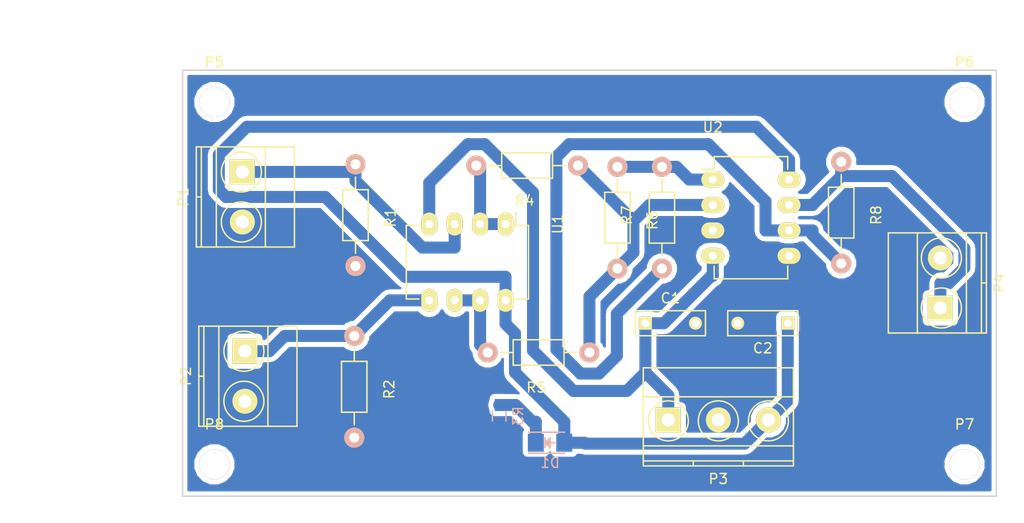
<source format=kicad_pcb>
(kicad_pcb (version 4) (host pcbnew 4.0.2-1.fc23-product)

  (general
    (links 35)
    (no_connects 0)
    (area 77.394999 60.884999 158.825001 103.580001)
    (thickness 1.6)
    (drawings 7)
    (tracks 124)
    (zones 0)
    (modules 21)
    (nets 13)
  )

  (page A4)
  (layers
    (0 F.Cu signal)
    (31 B.Cu signal)
    (32 B.Adhes user)
    (33 F.Adhes user)
    (34 B.Paste user)
    (35 F.Paste user)
    (36 B.SilkS user)
    (37 F.SilkS user)
    (38 B.Mask user)
    (39 F.Mask user)
    (40 Dwgs.User user)
    (41 Cmts.User user)
    (42 Eco1.User user)
    (43 Eco2.User user)
    (44 Edge.Cuts user)
    (45 Margin user)
    (46 B.CrtYd user)
    (47 F.CrtYd user)
    (48 B.Fab user)
    (49 F.Fab user)
  )

  (setup
    (last_trace_width 1.2)
    (trace_clearance 0.5)
    (zone_clearance 0.4)
    (zone_45_only no)
    (trace_min 0.2)
    (segment_width 0.2)
    (edge_width 0.15)
    (via_size 0.6)
    (via_drill 0.4)
    (via_min_size 0.4)
    (via_min_drill 0.3)
    (uvia_size 0.3)
    (uvia_drill 0.1)
    (uvias_allowed no)
    (uvia_min_size 0.2)
    (uvia_min_drill 0.1)
    (pcb_text_width 0.3)
    (pcb_text_size 1.5 1.5)
    (mod_edge_width 0.15)
    (mod_text_size 1 1)
    (mod_text_width 0.15)
    (pad_size 1.524 1.524)
    (pad_drill 0.762)
    (pad_to_mask_clearance 0.2)
    (aux_axis_origin 0 0)
    (visible_elements FFFFFF7F)
    (pcbplotparams
      (layerselection 0x00030_80000001)
      (usegerberextensions false)
      (excludeedgelayer true)
      (linewidth 0.100000)
      (plotframeref false)
      (viasonmask false)
      (mode 1)
      (useauxorigin false)
      (hpglpennumber 1)
      (hpglpenspeed 20)
      (hpglpendiameter 15)
      (hpglpenoverlay 2)
      (psnegative false)
      (psa4output false)
      (plotreference true)
      (plotvalue true)
      (plotinvisibletext false)
      (padsonsilk false)
      (subtractmaskfromsilk false)
      (outputformat 1)
      (mirror false)
      (drillshape 1)
      (scaleselection 1)
      (outputdirectory ""))
  )

  (net 0 "")
  (net 1 VEE)
  (net 2 GND)
  (net 3 VCC)
  (net 4 "Net-(D1-Pad1)")
  (net 5 "Net-(P1-Pad1)")
  (net 6 "Net-(P2-Pad1)")
  (net 7 "Net-(P4-Pad1)")
  (net 8 "Net-(R4-Pad1)")
  (net 9 "Net-(R4-Pad2)")
  (net 10 "Net-(R5-Pad2)")
  (net 11 "Net-(R6-Pad1)")
  (net 12 "Net-(R7-Pad1)")

  (net_class Default "This is the default net class."
    (clearance 0.5)
    (trace_width 1.2)
    (via_dia 0.6)
    (via_drill 0.4)
    (uvia_dia 0.3)
    (uvia_drill 0.1)
    (add_net GND)
    (add_net "Net-(D1-Pad1)")
    (add_net "Net-(P1-Pad1)")
    (add_net "Net-(P2-Pad1)")
    (add_net "Net-(P4-Pad1)")
    (add_net "Net-(R4-Pad1)")
    (add_net "Net-(R4-Pad2)")
    (add_net "Net-(R5-Pad2)")
    (add_net "Net-(R6-Pad1)")
    (add_net "Net-(R7-Pad1)")
    (add_net VCC)
    (add_net VEE)
  )

  (module Capacitors_ThroughHole:C_Rect_L7_W2.5_P5 (layer F.Cu) (tedit 0) (tstamp 57C6FF45)
    (at 123.698 86.233)
    (descr "Film Capacitor Length 7mm x Width 2.5mm, Pitch 5mm")
    (tags Capacitor)
    (path /57C70F3C)
    (fp_text reference C1 (at 2.5 -2.5) (layer F.SilkS)
      (effects (font (size 1 1) (thickness 0.15)))
    )
    (fp_text value 100n (at 2.5 2.5) (layer F.Fab)
      (effects (font (size 1 1) (thickness 0.15)))
    )
    (fp_line (start -1.25 -1.5) (end 6.25 -1.5) (layer F.CrtYd) (width 0.05))
    (fp_line (start 6.25 -1.5) (end 6.25 1.5) (layer F.CrtYd) (width 0.05))
    (fp_line (start 6.25 1.5) (end -1.25 1.5) (layer F.CrtYd) (width 0.05))
    (fp_line (start -1.25 1.5) (end -1.25 -1.5) (layer F.CrtYd) (width 0.05))
    (fp_line (start -1 -1.25) (end 6 -1.25) (layer F.SilkS) (width 0.15))
    (fp_line (start 6 -1.25) (end 6 1.25) (layer F.SilkS) (width 0.15))
    (fp_line (start 6 1.25) (end -1 1.25) (layer F.SilkS) (width 0.15))
    (fp_line (start -1 1.25) (end -1 -1.25) (layer F.SilkS) (width 0.15))
    (pad 1 thru_hole rect (at 0 0) (size 1.3 1.3) (drill 0.8) (layers *.Cu *.Mask F.SilkS)
      (net 1 VEE))
    (pad 2 thru_hole circle (at 5 0) (size 1.3 1.3) (drill 0.8) (layers *.Cu *.Mask F.SilkS)
      (net 2 GND))
  )

  (module Capacitors_ThroughHole:C_Rect_L7_W2.5_P5 (layer F.Cu) (tedit 0) (tstamp 57C6FF4B)
    (at 137.922 86.233 180)
    (descr "Film Capacitor Length 7mm x Width 2.5mm, Pitch 5mm")
    (tags Capacitor)
    (path /57C70FB1)
    (fp_text reference C2 (at 2.5 -2.5 180) (layer F.SilkS)
      (effects (font (size 1 1) (thickness 0.15)))
    )
    (fp_text value 100n (at 2.5 2.5 180) (layer F.Fab)
      (effects (font (size 1 1) (thickness 0.15)))
    )
    (fp_line (start -1.25 -1.5) (end 6.25 -1.5) (layer F.CrtYd) (width 0.05))
    (fp_line (start 6.25 -1.5) (end 6.25 1.5) (layer F.CrtYd) (width 0.05))
    (fp_line (start 6.25 1.5) (end -1.25 1.5) (layer F.CrtYd) (width 0.05))
    (fp_line (start -1.25 1.5) (end -1.25 -1.5) (layer F.CrtYd) (width 0.05))
    (fp_line (start -1 -1.25) (end 6 -1.25) (layer F.SilkS) (width 0.15))
    (fp_line (start 6 -1.25) (end 6 1.25) (layer F.SilkS) (width 0.15))
    (fp_line (start 6 1.25) (end -1 1.25) (layer F.SilkS) (width 0.15))
    (fp_line (start -1 1.25) (end -1 -1.25) (layer F.SilkS) (width 0.15))
    (pad 1 thru_hole rect (at 0 0 180) (size 1.3 1.3) (drill 0.8) (layers *.Cu *.Mask F.SilkS)
      (net 3 VCC))
    (pad 2 thru_hole circle (at 5 0 180) (size 1.3 1.3) (drill 0.8) (layers *.Cu *.Mask F.SilkS)
      (net 2 GND))
  )

  (module LEDs:LED_1206 (layer B.Cu) (tedit 55BDE2E8) (tstamp 57C6FF51)
    (at 114.173 98.171)
    (descr "LED 1206 smd package")
    (tags "LED1206 SMD")
    (path /57C70C78)
    (attr smd)
    (fp_text reference D1 (at 0 2) (layer B.SilkS)
      (effects (font (size 1 1) (thickness 0.15)) (justify mirror))
    )
    (fp_text value LED (at 0 -2) (layer B.Fab)
      (effects (font (size 1 1) (thickness 0.15)) (justify mirror))
    )
    (fp_line (start -2.15 -1.05) (end 1.45 -1.05) (layer B.SilkS) (width 0.15))
    (fp_line (start -2.15 1.05) (end 1.45 1.05) (layer B.SilkS) (width 0.15))
    (fp_line (start -0.1 0.3) (end -0.1 -0.3) (layer B.SilkS) (width 0.15))
    (fp_line (start -0.1 -0.3) (end -0.4 0) (layer B.SilkS) (width 0.15))
    (fp_line (start -0.4 0) (end -0.2 0.2) (layer B.SilkS) (width 0.15))
    (fp_line (start -0.2 0.2) (end -0.2 -0.05) (layer B.SilkS) (width 0.15))
    (fp_line (start -0.2 -0.05) (end -0.25 0) (layer B.SilkS) (width 0.15))
    (fp_line (start -0.5 0.5) (end -0.5 -0.5) (layer B.SilkS) (width 0.15))
    (fp_line (start 0 0) (end 0.5 0) (layer B.SilkS) (width 0.15))
    (fp_line (start -0.5 0) (end 0 0.5) (layer B.SilkS) (width 0.15))
    (fp_line (start 0 0.5) (end 0 -0.5) (layer B.SilkS) (width 0.15))
    (fp_line (start 0 -0.5) (end -0.5 0) (layer B.SilkS) (width 0.15))
    (fp_line (start 2.5 1.25) (end -2.5 1.25) (layer B.CrtYd) (width 0.05))
    (fp_line (start -2.5 1.25) (end -2.5 -1.25) (layer B.CrtYd) (width 0.05))
    (fp_line (start -2.5 -1.25) (end 2.5 -1.25) (layer B.CrtYd) (width 0.05))
    (fp_line (start 2.5 -1.25) (end 2.5 1.25) (layer B.CrtYd) (width 0.05))
    (pad 2 smd rect (at 1.41986 0 180) (size 1.59766 1.80086) (layers B.Cu B.Paste B.Mask)
      (net 3 VCC))
    (pad 1 smd rect (at -1.41986 0 180) (size 1.59766 1.80086) (layers B.Cu B.Paste B.Mask)
      (net 4 "Net-(D1-Pad1)"))
    (model LEDs.3dshapes/LED_1206.wrl
      (at (xyz 0 0 0))
      (scale (xyz 1 1 1))
      (rotate (xyz 0 0 180))
    )
  )

  (module Terminal_Blocks:TerminalBlock_Pheonix_MKDS1.5-2pol (layer F.Cu) (tedit 563007E4) (tstamp 57C6FF57)
    (at 83.439 71.12 270)
    (descr "2-way 5mm pitch terminal block, Phoenix MKDS series")
    (path /57C6FE20)
    (fp_text reference P1 (at 2.5 5.9 270) (layer F.SilkS)
      (effects (font (size 1 1) (thickness 0.15)))
    )
    (fp_text value CONN_01X02 (at 2.5 -6.6 270) (layer F.Fab)
      (effects (font (size 1 1) (thickness 0.15)))
    )
    (fp_line (start -2.7 -5.4) (end 7.7 -5.4) (layer F.CrtYd) (width 0.05))
    (fp_line (start -2.7 4.8) (end -2.7 -5.4) (layer F.CrtYd) (width 0.05))
    (fp_line (start 7.7 4.8) (end -2.7 4.8) (layer F.CrtYd) (width 0.05))
    (fp_line (start 7.7 -5.4) (end 7.7 4.8) (layer F.CrtYd) (width 0.05))
    (fp_line (start 2.5 4.1) (end 2.5 4.6) (layer F.SilkS) (width 0.15))
    (fp_circle (center 5 0.1) (end 3 0.1) (layer F.SilkS) (width 0.15))
    (fp_circle (center 0 0.1) (end 2 0.1) (layer F.SilkS) (width 0.15))
    (fp_line (start -2.5 2.6) (end 7.5 2.6) (layer F.SilkS) (width 0.15))
    (fp_line (start -2.5 -2.3) (end 7.5 -2.3) (layer F.SilkS) (width 0.15))
    (fp_line (start -2.5 4.1) (end 7.5 4.1) (layer F.SilkS) (width 0.15))
    (fp_line (start -2.5 4.6) (end 7.5 4.6) (layer F.SilkS) (width 0.15))
    (fp_line (start 7.5 4.6) (end 7.5 -5.2) (layer F.SilkS) (width 0.15))
    (fp_line (start 7.5 -5.2) (end -2.5 -5.2) (layer F.SilkS) (width 0.15))
    (fp_line (start -2.5 -5.2) (end -2.5 4.6) (layer F.SilkS) (width 0.15))
    (pad 1 thru_hole rect (at 0 0 270) (size 2.5 2.5) (drill 1.3) (layers *.Cu *.Mask F.SilkS)
      (net 5 "Net-(P1-Pad1)"))
    (pad 2 thru_hole circle (at 5 0 270) (size 2.5 2.5) (drill 1.3) (layers *.Cu *.Mask F.SilkS)
      (net 2 GND))
    (model Terminal_Blocks.3dshapes/TerminalBlock_Pheonix_MKDS1.5-2pol.wrl
      (at (xyz 0.0984 0 0))
      (scale (xyz 1 1 1))
      (rotate (xyz 0 0 0))
    )
  )

  (module Terminal_Blocks:TerminalBlock_Pheonix_MKDS1.5-2pol (layer F.Cu) (tedit 563007E4) (tstamp 57C6FF5D)
    (at 83.693 89.027 270)
    (descr "2-way 5mm pitch terminal block, Phoenix MKDS series")
    (path /57C6FCEB)
    (fp_text reference P2 (at 2.5 5.9 270) (layer F.SilkS)
      (effects (font (size 1 1) (thickness 0.15)))
    )
    (fp_text value CONN_01X02 (at 2.5 -6.6 270) (layer F.Fab)
      (effects (font (size 1 1) (thickness 0.15)))
    )
    (fp_line (start -2.7 -5.4) (end 7.7 -5.4) (layer F.CrtYd) (width 0.05))
    (fp_line (start -2.7 4.8) (end -2.7 -5.4) (layer F.CrtYd) (width 0.05))
    (fp_line (start 7.7 4.8) (end -2.7 4.8) (layer F.CrtYd) (width 0.05))
    (fp_line (start 7.7 -5.4) (end 7.7 4.8) (layer F.CrtYd) (width 0.05))
    (fp_line (start 2.5 4.1) (end 2.5 4.6) (layer F.SilkS) (width 0.15))
    (fp_circle (center 5 0.1) (end 3 0.1) (layer F.SilkS) (width 0.15))
    (fp_circle (center 0 0.1) (end 2 0.1) (layer F.SilkS) (width 0.15))
    (fp_line (start -2.5 2.6) (end 7.5 2.6) (layer F.SilkS) (width 0.15))
    (fp_line (start -2.5 -2.3) (end 7.5 -2.3) (layer F.SilkS) (width 0.15))
    (fp_line (start -2.5 4.1) (end 7.5 4.1) (layer F.SilkS) (width 0.15))
    (fp_line (start -2.5 4.6) (end 7.5 4.6) (layer F.SilkS) (width 0.15))
    (fp_line (start 7.5 4.6) (end 7.5 -5.2) (layer F.SilkS) (width 0.15))
    (fp_line (start 7.5 -5.2) (end -2.5 -5.2) (layer F.SilkS) (width 0.15))
    (fp_line (start -2.5 -5.2) (end -2.5 4.6) (layer F.SilkS) (width 0.15))
    (pad 1 thru_hole rect (at 0 0 270) (size 2.5 2.5) (drill 1.3) (layers *.Cu *.Mask F.SilkS)
      (net 6 "Net-(P2-Pad1)"))
    (pad 2 thru_hole circle (at 5 0 270) (size 2.5 2.5) (drill 1.3) (layers *.Cu *.Mask F.SilkS)
      (net 2 GND))
    (model Terminal_Blocks.3dshapes/TerminalBlock_Pheonix_MKDS1.5-2pol.wrl
      (at (xyz 0.0984 0 0))
      (scale (xyz 1 1 1))
      (rotate (xyz 0 0 0))
    )
  )

  (module Terminal_Blocks:TerminalBlock_Pheonix_MKDS1.5-3pol (layer F.Cu) (tedit 5630081E) (tstamp 57C6FF64)
    (at 125.984 95.885)
    (descr "3-way 5mm pitch terminal block, Phoenix MKDS series")
    (path /57C707D8)
    (fp_text reference P3 (at 5 5.9) (layer F.SilkS)
      (effects (font (size 1 1) (thickness 0.15)))
    )
    (fp_text value CONN_01X03 (at 5 -6.6) (layer F.Fab)
      (effects (font (size 1 1) (thickness 0.15)))
    )
    (fp_line (start -2.7 4.8) (end -2.7 -5.4) (layer F.CrtYd) (width 0.05))
    (fp_line (start 12.7 4.8) (end -2.7 4.8) (layer F.CrtYd) (width 0.05))
    (fp_line (start 12.7 -5.4) (end 12.7 4.8) (layer F.CrtYd) (width 0.05))
    (fp_line (start -2.7 -5.4) (end 12.7 -5.4) (layer F.CrtYd) (width 0.05))
    (fp_circle (center 10 0.1) (end 8 0.1) (layer F.SilkS) (width 0.15))
    (fp_line (start 7.5 4.1) (end 7.5 4.6) (layer F.SilkS) (width 0.15))
    (fp_line (start 2.5 4.1) (end 2.5 4.6) (layer F.SilkS) (width 0.15))
    (fp_circle (center 5 0.1) (end 3 0.1) (layer F.SilkS) (width 0.15))
    (fp_circle (center 0 0.1) (end 2 0.1) (layer F.SilkS) (width 0.15))
    (fp_line (start -2.5 2.6) (end 12.5 2.6) (layer F.SilkS) (width 0.15))
    (fp_line (start -2.5 -2.3) (end 12.5 -2.3) (layer F.SilkS) (width 0.15))
    (fp_line (start -2.5 4.1) (end 12.5 4.1) (layer F.SilkS) (width 0.15))
    (fp_line (start -2.5 4.6) (end 12.5 4.6) (layer F.SilkS) (width 0.15))
    (fp_line (start 12.5 4.6) (end 12.5 -5.2) (layer F.SilkS) (width 0.15))
    (fp_line (start 12.5 -5.2) (end -2.5 -5.2) (layer F.SilkS) (width 0.15))
    (fp_line (start -2.5 -5.2) (end -2.5 4.6) (layer F.SilkS) (width 0.15))
    (pad 3 thru_hole circle (at 10 0) (size 2.5 2.5) (drill 1.3) (layers *.Cu *.Mask F.SilkS)
      (net 3 VCC))
    (pad 1 thru_hole rect (at 0 0) (size 2.5 2.5) (drill 1.3) (layers *.Cu *.Mask F.SilkS)
      (net 1 VEE))
    (pad 2 thru_hole circle (at 5 0) (size 2.5 2.5) (drill 1.3) (layers *.Cu *.Mask F.SilkS)
      (net 2 GND))
    (model Terminal_Blocks.3dshapes/TerminalBlock_Pheonix_MKDS1.5-3pol.wrl
      (at (xyz 0.1968 0 0))
      (scale (xyz 1 1 1))
      (rotate (xyz 0 0 0))
    )
  )

  (module Resistors_ThroughHole:Resistor_Horizontal_RM10mm (layer F.Cu) (tedit 56648415) (tstamp 57C6FF70)
    (at 94.742 70.358 270)
    (descr "Resistor, Axial,  RM 10mm, 1/3W")
    (tags "Resistor Axial RM 10mm 1/3W")
    (path /57C6FE13)
    (fp_text reference R1 (at 5.32892 -3.50012 270) (layer F.SilkS)
      (effects (font (size 1 1) (thickness 0.15)))
    )
    (fp_text value 100k (at 5.08 3.81 270) (layer F.Fab)
      (effects (font (size 1 1) (thickness 0.15)))
    )
    (fp_line (start -1.25 -1.5) (end 11.4 -1.5) (layer F.CrtYd) (width 0.05))
    (fp_line (start -1.25 1.5) (end -1.25 -1.5) (layer F.CrtYd) (width 0.05))
    (fp_line (start 11.4 -1.5) (end 11.4 1.5) (layer F.CrtYd) (width 0.05))
    (fp_line (start -1.25 1.5) (end 11.4 1.5) (layer F.CrtYd) (width 0.05))
    (fp_line (start 2.54 -1.27) (end 7.62 -1.27) (layer F.SilkS) (width 0.15))
    (fp_line (start 7.62 -1.27) (end 7.62 1.27) (layer F.SilkS) (width 0.15))
    (fp_line (start 7.62 1.27) (end 2.54 1.27) (layer F.SilkS) (width 0.15))
    (fp_line (start 2.54 1.27) (end 2.54 -1.27) (layer F.SilkS) (width 0.15))
    (fp_line (start 2.54 0) (end 1.27 0) (layer F.SilkS) (width 0.15))
    (fp_line (start 7.62 0) (end 8.89 0) (layer F.SilkS) (width 0.15))
    (pad 1 thru_hole circle (at 0 0 270) (size 1.99898 1.99898) (drill 1.00076) (layers *.Cu *.SilkS *.Mask)
      (net 5 "Net-(P1-Pad1)"))
    (pad 2 thru_hole circle (at 10.16 0 270) (size 1.99898 1.99898) (drill 1.00076) (layers *.Cu *.SilkS *.Mask)
      (net 2 GND))
    (model Resistors_ThroughHole.3dshapes/Resistor_Horizontal_RM10mm.wrl
      (at (xyz 0 0 0))
      (scale (xyz 0.4 0.4 0.4))
      (rotate (xyz 0 0 0))
    )
  )

  (module Resistors_ThroughHole:Resistor_Horizontal_RM10mm (layer F.Cu) (tedit 56648415) (tstamp 57C6FF76)
    (at 94.615 87.503 270)
    (descr "Resistor, Axial,  RM 10mm, 1/3W")
    (tags "Resistor Axial RM 10mm 1/3W")
    (path /57C6FCA3)
    (fp_text reference R2 (at 5.32892 -3.50012 270) (layer F.SilkS)
      (effects (font (size 1 1) (thickness 0.15)))
    )
    (fp_text value 100k (at 5.08 3.81 270) (layer F.Fab)
      (effects (font (size 1 1) (thickness 0.15)))
    )
    (fp_line (start -1.25 -1.5) (end 11.4 -1.5) (layer F.CrtYd) (width 0.05))
    (fp_line (start -1.25 1.5) (end -1.25 -1.5) (layer F.CrtYd) (width 0.05))
    (fp_line (start 11.4 -1.5) (end 11.4 1.5) (layer F.CrtYd) (width 0.05))
    (fp_line (start -1.25 1.5) (end 11.4 1.5) (layer F.CrtYd) (width 0.05))
    (fp_line (start 2.54 -1.27) (end 7.62 -1.27) (layer F.SilkS) (width 0.15))
    (fp_line (start 7.62 -1.27) (end 7.62 1.27) (layer F.SilkS) (width 0.15))
    (fp_line (start 7.62 1.27) (end 2.54 1.27) (layer F.SilkS) (width 0.15))
    (fp_line (start 2.54 1.27) (end 2.54 -1.27) (layer F.SilkS) (width 0.15))
    (fp_line (start 2.54 0) (end 1.27 0) (layer F.SilkS) (width 0.15))
    (fp_line (start 7.62 0) (end 8.89 0) (layer F.SilkS) (width 0.15))
    (pad 1 thru_hole circle (at 0 0 270) (size 1.99898 1.99898) (drill 1.00076) (layers *.Cu *.SilkS *.Mask)
      (net 6 "Net-(P2-Pad1)"))
    (pad 2 thru_hole circle (at 10.16 0 270) (size 1.99898 1.99898) (drill 1.00076) (layers *.Cu *.SilkS *.Mask)
      (net 2 GND))
    (model Resistors_ThroughHole.3dshapes/Resistor_Horizontal_RM10mm.wrl
      (at (xyz 0 0 0))
      (scale (xyz 0.4 0.4 0.4))
      (rotate (xyz 0 0 0))
    )
  )

  (module Resistors_ThroughHole:Resistor_Horizontal_RM10mm (layer F.Cu) (tedit 56648415) (tstamp 57C6FF82)
    (at 116.967 70.485 180)
    (descr "Resistor, Axial,  RM 10mm, 1/3W")
    (tags "Resistor Axial RM 10mm 1/3W")
    (path /57C6FE41)
    (fp_text reference R4 (at 5.32892 -3.50012 180) (layer F.SilkS)
      (effects (font (size 1 1) (thickness 0.15)))
    )
    (fp_text value 20k (at 5.08 3.81 180) (layer F.Fab)
      (effects (font (size 1 1) (thickness 0.15)))
    )
    (fp_line (start -1.25 -1.5) (end 11.4 -1.5) (layer F.CrtYd) (width 0.05))
    (fp_line (start -1.25 1.5) (end -1.25 -1.5) (layer F.CrtYd) (width 0.05))
    (fp_line (start 11.4 -1.5) (end 11.4 1.5) (layer F.CrtYd) (width 0.05))
    (fp_line (start -1.25 1.5) (end 11.4 1.5) (layer F.CrtYd) (width 0.05))
    (fp_line (start 2.54 -1.27) (end 7.62 -1.27) (layer F.SilkS) (width 0.15))
    (fp_line (start 7.62 -1.27) (end 7.62 1.27) (layer F.SilkS) (width 0.15))
    (fp_line (start 7.62 1.27) (end 2.54 1.27) (layer F.SilkS) (width 0.15))
    (fp_line (start 2.54 1.27) (end 2.54 -1.27) (layer F.SilkS) (width 0.15))
    (fp_line (start 2.54 0) (end 1.27 0) (layer F.SilkS) (width 0.15))
    (fp_line (start 7.62 0) (end 8.89 0) (layer F.SilkS) (width 0.15))
    (pad 1 thru_hole circle (at 0 0 180) (size 1.99898 1.99898) (drill 1.00076) (layers *.Cu *.SilkS *.Mask)
      (net 8 "Net-(R4-Pad1)"))
    (pad 2 thru_hole circle (at 10.16 0 180) (size 1.99898 1.99898) (drill 1.00076) (layers *.Cu *.SilkS *.Mask)
      (net 9 "Net-(R4-Pad2)"))
    (model Resistors_ThroughHole.3dshapes/Resistor_Horizontal_RM10mm.wrl
      (at (xyz 0 0 0))
      (scale (xyz 0.4 0.4 0.4))
      (rotate (xyz 0 0 0))
    )
  )

  (module Resistors_ThroughHole:Resistor_Horizontal_RM10mm (layer F.Cu) (tedit 56648415) (tstamp 57C6FF88)
    (at 118.11 89.154 180)
    (descr "Resistor, Axial,  RM 10mm, 1/3W")
    (tags "Resistor Axial RM 10mm 1/3W")
    (path /57C6FF23)
    (fp_text reference R5 (at 5.32892 -3.50012 180) (layer F.SilkS)
      (effects (font (size 1 1) (thickness 0.15)))
    )
    (fp_text value 20k (at 5.08 3.81 180) (layer F.Fab)
      (effects (font (size 1 1) (thickness 0.15)))
    )
    (fp_line (start -1.25 -1.5) (end 11.4 -1.5) (layer F.CrtYd) (width 0.05))
    (fp_line (start -1.25 1.5) (end -1.25 -1.5) (layer F.CrtYd) (width 0.05))
    (fp_line (start 11.4 -1.5) (end 11.4 1.5) (layer F.CrtYd) (width 0.05))
    (fp_line (start -1.25 1.5) (end 11.4 1.5) (layer F.CrtYd) (width 0.05))
    (fp_line (start 2.54 -1.27) (end 7.62 -1.27) (layer F.SilkS) (width 0.15))
    (fp_line (start 7.62 -1.27) (end 7.62 1.27) (layer F.SilkS) (width 0.15))
    (fp_line (start 7.62 1.27) (end 2.54 1.27) (layer F.SilkS) (width 0.15))
    (fp_line (start 2.54 1.27) (end 2.54 -1.27) (layer F.SilkS) (width 0.15))
    (fp_line (start 2.54 0) (end 1.27 0) (layer F.SilkS) (width 0.15))
    (fp_line (start 7.62 0) (end 8.89 0) (layer F.SilkS) (width 0.15))
    (pad 1 thru_hole circle (at 0 0 180) (size 1.99898 1.99898) (drill 1.00076) (layers *.Cu *.SilkS *.Mask)
      (net 8 "Net-(R4-Pad1)"))
    (pad 2 thru_hole circle (at 10.16 0 180) (size 1.99898 1.99898) (drill 1.00076) (layers *.Cu *.SilkS *.Mask)
      (net 10 "Net-(R5-Pad2)"))
    (model Resistors_ThroughHole.3dshapes/Resistor_Horizontal_RM10mm.wrl
      (at (xyz 0 0 0))
      (scale (xyz 0.4 0.4 0.4))
      (rotate (xyz 0 0 0))
    )
  )

  (module Resistors_ThroughHole:Resistor_Horizontal_RM10mm (layer F.Cu) (tedit 56648415) (tstamp 57C6FF8E)
    (at 120.904 70.612 270)
    (descr "Resistor, Axial,  RM 10mm, 1/3W")
    (tags "Resistor Axial RM 10mm 1/3W")
    (path /57C701AE)
    (fp_text reference R6 (at 5.32892 -3.50012 270) (layer F.SilkS)
      (effects (font (size 1 1) (thickness 0.15)))
    )
    (fp_text value 10k (at 5.08 3.81 270) (layer F.Fab)
      (effects (font (size 1 1) (thickness 0.15)))
    )
    (fp_line (start -1.25 -1.5) (end 11.4 -1.5) (layer F.CrtYd) (width 0.05))
    (fp_line (start -1.25 1.5) (end -1.25 -1.5) (layer F.CrtYd) (width 0.05))
    (fp_line (start 11.4 -1.5) (end 11.4 1.5) (layer F.CrtYd) (width 0.05))
    (fp_line (start -1.25 1.5) (end 11.4 1.5) (layer F.CrtYd) (width 0.05))
    (fp_line (start 2.54 -1.27) (end 7.62 -1.27) (layer F.SilkS) (width 0.15))
    (fp_line (start 7.62 -1.27) (end 7.62 1.27) (layer F.SilkS) (width 0.15))
    (fp_line (start 7.62 1.27) (end 2.54 1.27) (layer F.SilkS) (width 0.15))
    (fp_line (start 2.54 1.27) (end 2.54 -1.27) (layer F.SilkS) (width 0.15))
    (fp_line (start 2.54 0) (end 1.27 0) (layer F.SilkS) (width 0.15))
    (fp_line (start 7.62 0) (end 8.89 0) (layer F.SilkS) (width 0.15))
    (pad 1 thru_hole circle (at 0 0 270) (size 1.99898 1.99898) (drill 1.00076) (layers *.Cu *.SilkS *.Mask)
      (net 11 "Net-(R6-Pad1)"))
    (pad 2 thru_hole circle (at 10.16 0 270) (size 1.99898 1.99898) (drill 1.00076) (layers *.Cu *.SilkS *.Mask)
      (net 8 "Net-(R4-Pad1)"))
    (model Resistors_ThroughHole.3dshapes/Resistor_Horizontal_RM10mm.wrl
      (at (xyz 0 0 0))
      (scale (xyz 0.4 0.4 0.4))
      (rotate (xyz 0 0 0))
    )
  )

  (module Resistors_ThroughHole:Resistor_Horizontal_RM10mm (layer F.Cu) (tedit 56648415) (tstamp 57C6FF94)
    (at 125.349 80.772 90)
    (descr "Resistor, Axial,  RM 10mm, 1/3W")
    (tags "Resistor Axial RM 10mm 1/3W")
    (path /57C70433)
    (fp_text reference R7 (at 5.32892 -3.50012 90) (layer F.SilkS)
      (effects (font (size 1 1) (thickness 0.15)))
    )
    (fp_text value 10k (at 5.08 3.81 90) (layer F.Fab)
      (effects (font (size 1 1) (thickness 0.15)))
    )
    (fp_line (start -1.25 -1.5) (end 11.4 -1.5) (layer F.CrtYd) (width 0.05))
    (fp_line (start -1.25 1.5) (end -1.25 -1.5) (layer F.CrtYd) (width 0.05))
    (fp_line (start 11.4 -1.5) (end 11.4 1.5) (layer F.CrtYd) (width 0.05))
    (fp_line (start -1.25 1.5) (end 11.4 1.5) (layer F.CrtYd) (width 0.05))
    (fp_line (start 2.54 -1.27) (end 7.62 -1.27) (layer F.SilkS) (width 0.15))
    (fp_line (start 7.62 -1.27) (end 7.62 1.27) (layer F.SilkS) (width 0.15))
    (fp_line (start 7.62 1.27) (end 2.54 1.27) (layer F.SilkS) (width 0.15))
    (fp_line (start 2.54 1.27) (end 2.54 -1.27) (layer F.SilkS) (width 0.15))
    (fp_line (start 2.54 0) (end 1.27 0) (layer F.SilkS) (width 0.15))
    (fp_line (start 7.62 0) (end 8.89 0) (layer F.SilkS) (width 0.15))
    (pad 1 thru_hole circle (at 0 0 90) (size 1.99898 1.99898) (drill 1.00076) (layers *.Cu *.SilkS *.Mask)
      (net 12 "Net-(R7-Pad1)"))
    (pad 2 thru_hole circle (at 10.16 0 90) (size 1.99898 1.99898) (drill 1.00076) (layers *.Cu *.SilkS *.Mask)
      (net 11 "Net-(R6-Pad1)"))
    (model Resistors_ThroughHole.3dshapes/Resistor_Horizontal_RM10mm.wrl
      (at (xyz 0 0 0))
      (scale (xyz 0.4 0.4 0.4))
      (rotate (xyz 0 0 0))
    )
  )

  (module Resistors_ThroughHole:Resistor_Horizontal_RM10mm (layer F.Cu) (tedit 56648415) (tstamp 57C6FF9A)
    (at 143.256 70.104 270)
    (descr "Resistor, Axial,  RM 10mm, 1/3W")
    (tags "Resistor Axial RM 10mm 1/3W")
    (path /57C705CD)
    (fp_text reference R8 (at 5.32892 -3.50012 270) (layer F.SilkS)
      (effects (font (size 1 1) (thickness 0.15)))
    )
    (fp_text value 10k (at 5.08 3.81 270) (layer F.Fab)
      (effects (font (size 1 1) (thickness 0.15)))
    )
    (fp_line (start -1.25 -1.5) (end 11.4 -1.5) (layer F.CrtYd) (width 0.05))
    (fp_line (start -1.25 1.5) (end -1.25 -1.5) (layer F.CrtYd) (width 0.05))
    (fp_line (start 11.4 -1.5) (end 11.4 1.5) (layer F.CrtYd) (width 0.05))
    (fp_line (start -1.25 1.5) (end 11.4 1.5) (layer F.CrtYd) (width 0.05))
    (fp_line (start 2.54 -1.27) (end 7.62 -1.27) (layer F.SilkS) (width 0.15))
    (fp_line (start 7.62 -1.27) (end 7.62 1.27) (layer F.SilkS) (width 0.15))
    (fp_line (start 7.62 1.27) (end 2.54 1.27) (layer F.SilkS) (width 0.15))
    (fp_line (start 2.54 1.27) (end 2.54 -1.27) (layer F.SilkS) (width 0.15))
    (fp_line (start 2.54 0) (end 1.27 0) (layer F.SilkS) (width 0.15))
    (fp_line (start 7.62 0) (end 8.89 0) (layer F.SilkS) (width 0.15))
    (pad 1 thru_hole circle (at 0 0 270) (size 1.99898 1.99898) (drill 1.00076) (layers *.Cu *.SilkS *.Mask)
      (net 7 "Net-(P4-Pad1)"))
    (pad 2 thru_hole circle (at 10.16 0 270) (size 1.99898 1.99898) (drill 1.00076) (layers *.Cu *.SilkS *.Mask)
      (net 12 "Net-(R7-Pad1)"))
    (model Resistors_ThroughHole.3dshapes/Resistor_Horizontal_RM10mm.wrl
      (at (xyz 0 0 0))
      (scale (xyz 0.4 0.4 0.4))
      (rotate (xyz 0 0 0))
    )
  )

  (module Housings_DIP:DIP-8_W7.62mm_LongPads (layer F.Cu) (tedit 54130A77) (tstamp 57C6FFA6)
    (at 109.728 76.327 270)
    (descr "8-lead dip package, row spacing 7.62 mm (300 mils), longer pads")
    (tags "dil dip 2.54 300")
    (path /57C6FB8A)
    (fp_text reference U1 (at 0 -5.22 270) (layer F.SilkS)
      (effects (font (size 1 1) (thickness 0.15)))
    )
    (fp_text value TL072 (at 0 -3.72 270) (layer F.Fab)
      (effects (font (size 1 1) (thickness 0.15)))
    )
    (fp_line (start -1.4 -2.45) (end -1.4 10.1) (layer F.CrtYd) (width 0.05))
    (fp_line (start 9 -2.45) (end 9 10.1) (layer F.CrtYd) (width 0.05))
    (fp_line (start -1.4 -2.45) (end 9 -2.45) (layer F.CrtYd) (width 0.05))
    (fp_line (start -1.4 10.1) (end 9 10.1) (layer F.CrtYd) (width 0.05))
    (fp_line (start 0.135 -2.295) (end 0.135 -1.025) (layer F.SilkS) (width 0.15))
    (fp_line (start 7.485 -2.295) (end 7.485 -1.025) (layer F.SilkS) (width 0.15))
    (fp_line (start 7.485 9.915) (end 7.485 8.645) (layer F.SilkS) (width 0.15))
    (fp_line (start 0.135 9.915) (end 0.135 8.645) (layer F.SilkS) (width 0.15))
    (fp_line (start 0.135 -2.295) (end 7.485 -2.295) (layer F.SilkS) (width 0.15))
    (fp_line (start 0.135 9.915) (end 7.485 9.915) (layer F.SilkS) (width 0.15))
    (fp_line (start 0.135 -1.025) (end -1.15 -1.025) (layer F.SilkS) (width 0.15))
    (pad 1 thru_hole oval (at 0 0 270) (size 2.3 1.6) (drill 0.8) (layers *.Cu *.Mask F.SilkS)
      (net 9 "Net-(R4-Pad2)"))
    (pad 2 thru_hole oval (at 0 2.54 270) (size 2.3 1.6) (drill 0.8) (layers *.Cu *.Mask F.SilkS)
      (net 9 "Net-(R4-Pad2)"))
    (pad 3 thru_hole oval (at 0 5.08 270) (size 2.3 1.6) (drill 0.8) (layers *.Cu *.Mask F.SilkS)
      (net 5 "Net-(P1-Pad1)"))
    (pad 4 thru_hole oval (at 0 7.62 270) (size 2.3 1.6) (drill 0.8) (layers *.Cu *.Mask F.SilkS)
      (net 1 VEE))
    (pad 5 thru_hole oval (at 7.62 7.62 270) (size 2.3 1.6) (drill 0.8) (layers *.Cu *.Mask F.SilkS)
      (net 6 "Net-(P2-Pad1)"))
    (pad 6 thru_hole oval (at 7.62 5.08 270) (size 2.3 1.6) (drill 0.8) (layers *.Cu *.Mask F.SilkS)
      (net 10 "Net-(R5-Pad2)"))
    (pad 7 thru_hole oval (at 7.62 2.54 270) (size 2.3 1.6) (drill 0.8) (layers *.Cu *.Mask F.SilkS)
      (net 10 "Net-(R5-Pad2)"))
    (pad 8 thru_hole oval (at 7.62 0 270) (size 2.3 1.6) (drill 0.8) (layers *.Cu *.Mask F.SilkS)
      (net 3 VCC))
    (model Housings_DIP.3dshapes/DIP-8_W7.62mm_LongPads.wrl
      (at (xyz 0 0 0))
      (scale (xyz 1 1 1))
      (rotate (xyz 0 0 0))
    )
  )

  (module Housings_DIP:DIP-8_W7.62mm_LongPads (layer F.Cu) (tedit 54130A77) (tstamp 57C6FFB2)
    (at 130.429 71.882)
    (descr "8-lead dip package, row spacing 7.62 mm (300 mils), longer pads")
    (tags "dil dip 2.54 300")
    (path /57C70007)
    (fp_text reference U2 (at 0 -5.22) (layer F.SilkS)
      (effects (font (size 1 1) (thickness 0.15)))
    )
    (fp_text value TL072 (at 0 -3.72) (layer F.Fab)
      (effects (font (size 1 1) (thickness 0.15)))
    )
    (fp_line (start -1.4 -2.45) (end -1.4 10.1) (layer F.CrtYd) (width 0.05))
    (fp_line (start 9 -2.45) (end 9 10.1) (layer F.CrtYd) (width 0.05))
    (fp_line (start -1.4 -2.45) (end 9 -2.45) (layer F.CrtYd) (width 0.05))
    (fp_line (start -1.4 10.1) (end 9 10.1) (layer F.CrtYd) (width 0.05))
    (fp_line (start 0.135 -2.295) (end 0.135 -1.025) (layer F.SilkS) (width 0.15))
    (fp_line (start 7.485 -2.295) (end 7.485 -1.025) (layer F.SilkS) (width 0.15))
    (fp_line (start 7.485 9.915) (end 7.485 8.645) (layer F.SilkS) (width 0.15))
    (fp_line (start 0.135 9.915) (end 0.135 8.645) (layer F.SilkS) (width 0.15))
    (fp_line (start 0.135 -2.295) (end 7.485 -2.295) (layer F.SilkS) (width 0.15))
    (fp_line (start 0.135 9.915) (end 7.485 9.915) (layer F.SilkS) (width 0.15))
    (fp_line (start 0.135 -1.025) (end -1.15 -1.025) (layer F.SilkS) (width 0.15))
    (pad 1 thru_hole oval (at 0 0) (size 2.3 1.6) (drill 0.8) (layers *.Cu *.Mask F.SilkS)
      (net 11 "Net-(R6-Pad1)"))
    (pad 2 thru_hole oval (at 0 2.54) (size 2.3 1.6) (drill 0.8) (layers *.Cu *.Mask F.SilkS)
      (net 8 "Net-(R4-Pad1)"))
    (pad 3 thru_hole oval (at 0 5.08) (size 2.3 1.6) (drill 0.8) (layers *.Cu *.Mask F.SilkS)
      (net 2 GND))
    (pad 4 thru_hole oval (at 0 7.62) (size 2.3 1.6) (drill 0.8) (layers *.Cu *.Mask F.SilkS)
      (net 1 VEE))
    (pad 5 thru_hole oval (at 7.62 7.62) (size 2.3 1.6) (drill 0.8) (layers *.Cu *.Mask F.SilkS)
      (net 2 GND))
    (pad 6 thru_hole oval (at 7.62 5.08) (size 2.3 1.6) (drill 0.8) (layers *.Cu *.Mask F.SilkS)
      (net 12 "Net-(R7-Pad1)"))
    (pad 7 thru_hole oval (at 7.62 2.54) (size 2.3 1.6) (drill 0.8) (layers *.Cu *.Mask F.SilkS)
      (net 7 "Net-(P4-Pad1)"))
    (pad 8 thru_hole oval (at 7.62 0) (size 2.3 1.6) (drill 0.8) (layers *.Cu *.Mask F.SilkS)
      (net 3 VCC))
    (model Housings_DIP.3dshapes/DIP-8_W7.62mm_LongPads.wrl
      (at (xyz 0 0 0))
      (scale (xyz 1 1 1))
      (rotate (xyz 0 0 0))
    )
  )

  (module Terminal_Blocks:TerminalBlock_Pheonix_MKDS1.5-2pol (layer F.Cu) (tedit 563007E4) (tstamp 57C700F3)
    (at 153.162 84.709 90)
    (descr "2-way 5mm pitch terminal block, Phoenix MKDS series")
    (path /57C7092C)
    (fp_text reference P4 (at 2.5 5.9 90) (layer F.SilkS)
      (effects (font (size 1 1) (thickness 0.15)))
    )
    (fp_text value CONN_01X02 (at 2.5 -6.6 90) (layer F.Fab)
      (effects (font (size 1 1) (thickness 0.15)))
    )
    (fp_line (start -2.7 -5.4) (end 7.7 -5.4) (layer F.CrtYd) (width 0.05))
    (fp_line (start -2.7 4.8) (end -2.7 -5.4) (layer F.CrtYd) (width 0.05))
    (fp_line (start 7.7 4.8) (end -2.7 4.8) (layer F.CrtYd) (width 0.05))
    (fp_line (start 7.7 -5.4) (end 7.7 4.8) (layer F.CrtYd) (width 0.05))
    (fp_line (start 2.5 4.1) (end 2.5 4.6) (layer F.SilkS) (width 0.15))
    (fp_circle (center 5 0.1) (end 3 0.1) (layer F.SilkS) (width 0.15))
    (fp_circle (center 0 0.1) (end 2 0.1) (layer F.SilkS) (width 0.15))
    (fp_line (start -2.5 2.6) (end 7.5 2.6) (layer F.SilkS) (width 0.15))
    (fp_line (start -2.5 -2.3) (end 7.5 -2.3) (layer F.SilkS) (width 0.15))
    (fp_line (start -2.5 4.1) (end 7.5 4.1) (layer F.SilkS) (width 0.15))
    (fp_line (start -2.5 4.6) (end 7.5 4.6) (layer F.SilkS) (width 0.15))
    (fp_line (start 7.5 4.6) (end 7.5 -5.2) (layer F.SilkS) (width 0.15))
    (fp_line (start 7.5 -5.2) (end -2.5 -5.2) (layer F.SilkS) (width 0.15))
    (fp_line (start -2.5 -5.2) (end -2.5 4.6) (layer F.SilkS) (width 0.15))
    (pad 1 thru_hole rect (at 0 0 90) (size 2.5 2.5) (drill 1.3) (layers *.Cu *.Mask F.SilkS)
      (net 7 "Net-(P4-Pad1)"))
    (pad 2 thru_hole circle (at 5 0 90) (size 2.5 2.5) (drill 1.3) (layers *.Cu *.Mask F.SilkS)
      (net 2 GND))
    (model Terminal_Blocks.3dshapes/TerminalBlock_Pheonix_MKDS1.5-2pol.wrl
      (at (xyz 0.0984 0 0))
      (scale (xyz 1 1 1))
      (rotate (xyz 0 0 0))
    )
  )

  (module Resistors_SMD:R_0603_HandSoldering (layer B.Cu) (tedit 5418A00F) (tstamp 57C7022C)
    (at 109.093 95.504 90)
    (descr "Resistor SMD 0603, hand soldering")
    (tags "resistor 0603")
    (path /57C70CEF)
    (attr smd)
    (fp_text reference R3 (at 0 1.9 90) (layer B.SilkS)
      (effects (font (size 1 1) (thickness 0.15)) (justify mirror))
    )
    (fp_text value 1k (at 0 -1.9 90) (layer B.Fab)
      (effects (font (size 1 1) (thickness 0.15)) (justify mirror))
    )
    (fp_line (start -2 0.8) (end 2 0.8) (layer B.CrtYd) (width 0.05))
    (fp_line (start -2 -0.8) (end 2 -0.8) (layer B.CrtYd) (width 0.05))
    (fp_line (start -2 0.8) (end -2 -0.8) (layer B.CrtYd) (width 0.05))
    (fp_line (start 2 0.8) (end 2 -0.8) (layer B.CrtYd) (width 0.05))
    (fp_line (start 0.5 -0.675) (end -0.5 -0.675) (layer B.SilkS) (width 0.15))
    (fp_line (start -0.5 0.675) (end 0.5 0.675) (layer B.SilkS) (width 0.15))
    (pad 1 smd rect (at -1.1 0 90) (size 1.2 0.9) (layers B.Cu B.Paste B.Mask)
      (net 2 GND))
    (pad 2 smd rect (at 1.1 0 90) (size 1.2 0.9) (layers B.Cu B.Paste B.Mask)
      (net 4 "Net-(D1-Pad1)"))
    (model Resistors_SMD.3dshapes/R_0603_HandSoldering.wrl
      (at (xyz 0 0 0))
      (scale (xyz 1 1 1))
      (rotate (xyz 0 0 0))
    )
  )

  (module Mounting_Holes:MountingHole_3mm (layer F.Cu) (tedit 0) (tstamp 57C70EFC)
    (at 80.645 64.135)
    (descr "Mounting hole, Befestigungsbohrung, 3mm, No Annular, Kein Restring,")
    (tags "Mounting hole, Befestigungsbohrung, 3mm, No Annular, Kein Restring,")
    (path /57C7167A)
    (fp_text reference P5 (at 0 -4.0005) (layer F.SilkS)
      (effects (font (size 1 1) (thickness 0.15)))
    )
    (fp_text value CONN_01X01 (at 1.00076 5.00126) (layer F.Fab)
      (effects (font (size 1 1) (thickness 0.15)))
    )
    (fp_circle (center 0 0) (end 3 0) (layer Cmts.User) (width 0.381))
    (pad 1 thru_hole circle (at 0 0) (size 3 3) (drill 3) (layers))
  )

  (module Mounting_Holes:MountingHole_3mm (layer F.Cu) (tedit 0) (tstamp 57C70F01)
    (at 155.575 64.135)
    (descr "Mounting hole, Befestigungsbohrung, 3mm, No Annular, Kein Restring,")
    (tags "Mounting hole, Befestigungsbohrung, 3mm, No Annular, Kein Restring,")
    (path /57C7170B)
    (fp_text reference P6 (at 0 -4.0005) (layer F.SilkS)
      (effects (font (size 1 1) (thickness 0.15)))
    )
    (fp_text value CONN_01X01 (at 1.00076 5.00126) (layer F.Fab)
      (effects (font (size 1 1) (thickness 0.15)))
    )
    (fp_circle (center 0 0) (end 3 0) (layer Cmts.User) (width 0.381))
    (pad 1 thru_hole circle (at 0 0) (size 3 3) (drill 3) (layers))
  )

  (module Mounting_Holes:MountingHole_3mm (layer F.Cu) (tedit 0) (tstamp 57C70F06)
    (at 155.575 100.33)
    (descr "Mounting hole, Befestigungsbohrung, 3mm, No Annular, Kein Restring,")
    (tags "Mounting hole, Befestigungsbohrung, 3mm, No Annular, Kein Restring,")
    (path /57C71762)
    (fp_text reference P7 (at 0 -4.0005) (layer F.SilkS)
      (effects (font (size 1 1) (thickness 0.15)))
    )
    (fp_text value CONN_01X01 (at 1.00076 5.00126) (layer F.Fab)
      (effects (font (size 1 1) (thickness 0.15)))
    )
    (fp_circle (center 0 0) (end 3 0) (layer Cmts.User) (width 0.381))
    (pad 1 thru_hole circle (at 0 0) (size 3 3) (drill 3) (layers))
  )

  (module Mounting_Holes:MountingHole_3mm (layer F.Cu) (tedit 0) (tstamp 57C70F0B)
    (at 80.645 100.33)
    (descr "Mounting hole, Befestigungsbohrung, 3mm, No Annular, Kein Restring,")
    (tags "Mounting hole, Befestigungsbohrung, 3mm, No Annular, Kein Restring,")
    (path /57C717C0)
    (fp_text reference P8 (at 0 -4.0005) (layer F.SilkS)
      (effects (font (size 1 1) (thickness 0.15)))
    )
    (fp_text value CONN_01X01 (at 1.00076 5.00126) (layer F.Fab)
      (effects (font (size 1 1) (thickness 0.15)))
    )
    (fp_circle (center 0 0) (end 3 0) (layer Cmts.User) (width 0.381))
    (pad 1 thru_hole circle (at 0 0) (size 3 3) (drill 3) (layers))
  )

  (gr_line (start 77.47 103.505) (end 77.47 60.96) (angle 90) (layer Edge.Cuts) (width 0.15))
  (gr_line (start 158.75 103.505) (end 77.47 103.505) (angle 90) (layer Edge.Cuts) (width 0.15))
  (gr_line (start 158.75 60.96) (end 158.75 103.505) (angle 90) (layer Edge.Cuts) (width 0.15))
  (gr_line (start 77.47 60.96) (end 158.75 60.96) (angle 90) (layer Edge.Cuts) (width 0.15))
  (dimension 81.28 (width 0.3) (layer Dwgs.User)
    (gr_text "81.280 mm" (at 118.11 55.8) (layer Dwgs.User)
      (effects (font (size 1.5 1.5) (thickness 0.3)))
    )
    (feature1 (pts (xy 158.75 60.325) (xy 158.75 54.45)))
    (feature2 (pts (xy 77.47 60.325) (xy 77.47 54.45)))
    (crossbar (pts (xy 77.47 57.15) (xy 158.75 57.15)))
    (arrow1a (pts (xy 158.75 57.15) (xy 157.623496 57.736421)))
    (arrow1b (pts (xy 158.75 57.15) (xy 157.623496 56.563579)))
    (arrow2a (pts (xy 77.47 57.15) (xy 78.596504 57.736421)))
    (arrow2b (pts (xy 77.47 57.15) (xy 78.596504 56.563579)))
  )
  (dimension 42.545 (width 0.3) (layer Dwgs.User)
    (gr_text "42.545 mm" (at 73.025 82.2325 90) (layer Dwgs.User)
      (effects (font (size 1.5 1.5) (thickness 0.3)))
    )
    (feature1 (pts (xy 73.025 60.96) (xy 73.025 60.96)))
    (feature2 (pts (xy 73.025 103.505) (xy 73.025 103.505)))
    (crossbar (pts (xy 73.025 103.505) (xy 73.025 60.96)))
    (arrow1a (pts (xy 73.025 60.96) (xy 73.611421 62.086504)))
    (arrow1b (pts (xy 73.025 60.96) (xy 72.438579 62.086504)))
    (arrow2a (pts (xy 73.025 103.505) (xy 73.611421 102.378496)))
    (arrow2b (pts (xy 73.025 103.505) (xy 72.438579 102.378496)))
  )
  (dimension 33.020244 (width 0.3) (layer Dwgs.User)
    (gr_text "33.020 mm" (at 65.515561 84.944619 89.7796327) (layer Dwgs.User)
      (effects (font (size 1.5 1.5) (thickness 0.3)))
    )
    (feature1 (pts (xy 70.231 101.473) (xy 64.102071 101.449427)))
    (feature2 (pts (xy 70.358 68.453) (xy 64.229071 68.429427)))
    (crossbar (pts (xy 66.929051 68.439812) (xy 66.802051 101.459812)))
    (arrow1a (pts (xy 66.802051 101.459812) (xy 66.219967 100.331061)))
    (arrow1b (pts (xy 66.802051 101.459812) (xy 67.3928 100.335572)))
    (arrow2a (pts (xy 66.929051 68.439812) (xy 66.338302 69.564052)))
    (arrow2b (pts (xy 66.929051 68.439812) (xy 67.511135 69.568563)))
  )

  (segment (start 125.984 95.885) (end 125.984 93.435) (width 1.2) (layer B.Cu) (net 1))
  (segment (start 130.279 81.502) (end 125.548 86.233) (width 1.2) (layer B.Cu) (net 1))
  (segment (start 130.429 81.502) (end 130.279 81.502) (width 1.2) (layer B.Cu) (net 1))
  (segment (start 130.429 79.502) (end 130.429 81.502) (width 1.2) (layer B.Cu) (net 1))
  (segment (start 123.698 86.233) (end 125.548 86.233) (width 1.2) (layer B.Cu) (net 1))
  (segment (start 102.108 72.2041) (end 102.108 76.327) (width 1.2) (layer B.Cu) (net 1))
  (segment (start 105.9641 68.348) (end 102.108 72.2041) (width 1.2) (layer B.Cu) (net 1))
  (segment (start 107.6489 68.348) (end 105.9641 68.348) (width 1.2) (layer B.Cu) (net 1))
  (segment (start 112.4719 73.171) (end 107.6489 68.348) (width 1.2) (layer B.Cu) (net 1))
  (segment (start 112.4719 88.9658) (end 112.4719 73.171) (width 1.2) (layer B.Cu) (net 1))
  (segment (start 116.503 92.9969) (end 112.4719 88.9658) (width 1.2) (layer B.Cu) (net 1))
  (segment (start 121.8501 92.9969) (end 116.503 92.9969) (width 1.2) (layer B.Cu) (net 1))
  (segment (start 123.698 91.149) (end 121.8501 92.9969) (width 1.2) (layer B.Cu) (net 1))
  (segment (start 125.984 93.435) (end 123.698 91.149) (width 1.2) (layer B.Cu) (net 1))
  (segment (start 123.698 91.149) (end 123.698 86.233) (width 1.2) (layer B.Cu) (net 1))
  (segment (start 87.837 80.518) (end 83.439 76.12) (width 1.2) (layer B.Cu) (net 2))
  (segment (start 138.049 79.502) (end 138.049 80.502) (width 1.2) (layer B.Cu) (net 2))
  (segment (start 87.837 80.518) (end 94.742 80.518) (width 1.2) (layer B.Cu) (net 2))
  (segment (start 130.984 86.233) (end 130.984 95.885) (width 1.2) (layer B.Cu) (net 2))
  (segment (start 132.922 86.233) (end 130.984 86.233) (width 1.2) (layer B.Cu) (net 2))
  (segment (start 130.984 86.233) (end 128.698 86.233) (width 1.2) (layer B.Cu) (net 2))
  (segment (start 133.159 76.962) (end 135.699 79.502) (width 1.2) (layer B.Cu) (net 2))
  (segment (start 130.429 76.962) (end 133.159 76.962) (width 1.2) (layer B.Cu) (net 2))
  (segment (start 138.049 79.502) (end 135.699 79.502) (width 1.2) (layer B.Cu) (net 2))
  (segment (start 81.3426 91.6766) (end 83.693 94.027) (width 1.2) (layer B.Cu) (net 2))
  (segment (start 81.3426 87.0124) (end 81.3426 91.6766) (width 1.2) (layer B.Cu) (net 2))
  (segment (start 87.837 80.518) (end 81.3426 87.0124) (width 1.2) (layer B.Cu) (net 2))
  (segment (start 87.329 97.663) (end 94.615 97.663) (width 1.2) (layer B.Cu) (net 2))
  (segment (start 83.693 94.027) (end 87.329 97.663) (width 1.2) (layer B.Cu) (net 2))
  (segment (start 138.049 80.502) (end 138.049 81.1399) (width 1.2) (layer B.Cu) (net 2))
  (segment (start 138.0151 81.1399) (end 132.922 86.233) (width 1.2) (layer B.Cu) (net 2))
  (segment (start 138.049 81.1399) (end 138.0151 81.1399) (width 1.2) (layer B.Cu) (net 2))
  (segment (start 106.384 97.663) (end 94.615 97.663) (width 1.2) (layer B.Cu) (net 2))
  (segment (start 107.443 96.604) (end 106.384 97.663) (width 1.2) (layer B.Cu) (net 2))
  (segment (start 109.093 96.604) (end 107.443 96.604) (width 1.2) (layer B.Cu) (net 2))
  (segment (start 109.093 96.604) (end 109.093 98.404) (width 1.2) (layer B.Cu) (net 2))
  (segment (start 110.8608 100.1718) (end 109.093 98.404) (width 1.2) (layer B.Cu) (net 2))
  (segment (start 135.049 100.1718) (end 110.8608 100.1718) (width 1.2) (layer B.Cu) (net 2))
  (segment (start 139.6724 95.5484) (end 135.049 100.1718) (width 1.2) (layer B.Cu) (net 2))
  (segment (start 139.6724 82.7633) (end 139.6724 95.5484) (width 1.2) (layer B.Cu) (net 2))
  (segment (start 150.1077 82.7633) (end 139.6724 82.7633) (width 1.2) (layer B.Cu) (net 2))
  (segment (start 153.162 79.709) (end 150.1077 82.7633) (width 1.2) (layer B.Cu) (net 2))
  (segment (start 139.6724 82.7633) (end 138.049 81.1399) (width 1.2) (layer B.Cu) (net 2))
  (segment (start 109.728 83.947) (end 109.728 86.297) (width 1.2) (layer B.Cu) (net 3))
  (segment (start 110.6677 91.1454) (end 115.5929 96.0706) (width 1.2) (layer B.Cu) (net 3))
  (segment (start 110.6677 87.2367) (end 110.6677 91.1454) (width 1.2) (layer B.Cu) (net 3))
  (segment (start 109.728 86.297) (end 110.6677 87.2367) (width 1.2) (layer B.Cu) (net 3))
  (segment (start 115.5929 97.778) (end 115.5929 96.0706) (width 1.2) (layer B.Cu) (net 3))
  (segment (start 115.5929 97.778) (end 115.5929 98.171) (width 1.2) (layer B.Cu) (net 3))
  (segment (start 115.5929 98.171) (end 117.5917 98.171) (width 1.2) (layer B.Cu) (net 3))
  (segment (start 133.6069 98.2621) (end 135.984 95.885) (width 1.2) (layer B.Cu) (net 3))
  (segment (start 117.6828 98.2621) (end 133.6069 98.2621) (width 1.2) (layer B.Cu) (net 3))
  (segment (start 117.5917 98.171) (end 117.6828 98.2621) (width 1.2) (layer B.Cu) (net 3))
  (segment (start 137.922 93.947) (end 137.922 86.233) (width 1.2) (layer B.Cu) (net 3))
  (segment (start 135.984 95.885) (end 137.922 93.947) (width 1.2) (layer B.Cu) (net 3))
  (segment (start 99.689 81.597) (end 109.728 81.597) (width 1.2) (layer B.Cu) (net 3))
  (segment (start 91.712 73.62) (end 99.689 81.597) (width 1.2) (layer B.Cu) (net 3))
  (segment (start 81.8077 73.62) (end 91.712 73.62) (width 1.2) (layer B.Cu) (net 3))
  (segment (start 81.0886 72.9009) (end 81.8077 73.62) (width 1.2) (layer B.Cu) (net 3))
  (segment (start 81.0886 69.4051) (end 81.0886 72.9009) (width 1.2) (layer B.Cu) (net 3))
  (segment (start 83.8832 66.6105) (end 81.0886 69.4051) (width 1.2) (layer B.Cu) (net 3))
  (segment (start 134.7775 66.6105) (end 83.8832 66.6105) (width 1.2) (layer B.Cu) (net 3))
  (segment (start 138.049 69.882) (end 134.7775 66.6105) (width 1.2) (layer B.Cu) (net 3))
  (segment (start 138.049 71.882) (end 138.049 69.882) (width 1.2) (layer B.Cu) (net 3))
  (segment (start 109.728 83.947) (end 109.728 81.597) (width 1.2) (layer B.Cu) (net 3))
  (segment (start 109.093 94.404) (end 110.743 94.404) (width 1.2) (layer B.Cu) (net 4))
  (segment (start 112.4096 96.0706) (end 110.743 94.404) (width 1.2) (layer B.Cu) (net 4))
  (segment (start 112.7531 96.0706) (end 112.4096 96.0706) (width 1.2) (layer B.Cu) (net 4))
  (segment (start 112.7531 98.171) (end 112.7531 96.0706) (width 1.2) (layer B.Cu) (net 4))
  (segment (start 104.648 76.327) (end 104.648 78.677) (width 1.2) (layer B.Cu) (net 5))
  (segment (start 83.439 71.12) (end 85.889 71.12) (width 1.2) (layer B.Cu) (net 5))
  (segment (start 94.742 71.12) (end 85.889 71.12) (width 1.2) (layer B.Cu) (net 5))
  (segment (start 94.742 72.0014) (end 94.742 71.12) (width 1.2) (layer B.Cu) (net 5))
  (segment (start 101.4176 78.677) (end 94.742 72.0014) (width 1.2) (layer B.Cu) (net 5))
  (segment (start 104.648 78.677) (end 101.4176 78.677) (width 1.2) (layer B.Cu) (net 5))
  (segment (start 94.742 71.12) (end 94.742 70.358) (width 1.2) (layer B.Cu) (net 5))
  (segment (start 83.693 89.027) (end 86.143 89.027) (width 1.2) (layer B.Cu) (net 6))
  (segment (start 98.171 83.947) (end 94.615 87.503) (width 1.2) (layer B.Cu) (net 6))
  (segment (start 102.108 83.947) (end 98.171 83.947) (width 1.2) (layer B.Cu) (net 6))
  (segment (start 87.667 87.503) (end 86.143 89.027) (width 1.2) (layer B.Cu) (net 6))
  (segment (start 94.615 87.503) (end 87.667 87.503) (width 1.2) (layer B.Cu) (net 6))
  (segment (start 138.049 74.422) (end 140.399 74.422) (width 1.2) (layer B.Cu) (net 7))
  (segment (start 153.162 84.709) (end 153.162 82.259) (width 1.2) (layer B.Cu) (net 7))
  (segment (start 143.256 71.5325) (end 143.256 70.104) (width 1.2) (layer B.Cu) (net 7))
  (segment (start 140.399 74.3895) (end 143.256 71.5325) (width 1.2) (layer B.Cu) (net 7))
  (segment (start 140.399 74.422) (end 140.399 74.3895) (width 1.2) (layer B.Cu) (net 7))
  (segment (start 153.9875 82.259) (end 153.162 82.259) (width 1.2) (layer B.Cu) (net 7))
  (segment (start 155.5632 80.6833) (end 153.9875 82.259) (width 1.2) (layer B.Cu) (net 7))
  (segment (start 155.5632 78.7684) (end 155.5632 80.6833) (width 1.2) (layer B.Cu) (net 7))
  (segment (start 148.3273 71.5325) (end 155.5632 78.7684) (width 1.2) (layer B.Cu) (net 7))
  (segment (start 143.256 71.5325) (end 148.3273 71.5325) (width 1.2) (layer B.Cu) (net 7))
  (segment (start 118.11 83.566) (end 118.11 89.154) (width 1.2) (layer B.Cu) (net 8))
  (segment (start 120.904 80.772) (end 118.11 83.566) (width 1.2) (layer B.Cu) (net 8))
  (segment (start 124.0994 74.422) (end 122.5017 76.0197) (width 1.2) (layer B.Cu) (net 8))
  (segment (start 130.429 74.422) (end 124.0994 74.422) (width 1.2) (layer B.Cu) (net 8))
  (segment (start 122.5017 79.1743) (end 122.5017 76.0197) (width 1.2) (layer B.Cu) (net 8))
  (segment (start 120.904 80.772) (end 122.5017 79.1743) (width 1.2) (layer B.Cu) (net 8))
  (segment (start 122.5017 76.0197) (end 116.967 70.485) (width 1.2) (layer B.Cu) (net 8))
  (segment (start 107.188 76.327) (end 109.728 76.327) (width 1.2) (layer B.Cu) (net 9))
  (segment (start 107.188 70.866) (end 106.807 70.485) (width 1.2) (layer B.Cu) (net 9))
  (segment (start 107.188 76.327) (end 107.188 70.866) (width 1.2) (layer B.Cu) (net 9))
  (segment (start 104.648 83.947) (end 106.648 83.947) (width 1.2) (layer B.Cu) (net 10))
  (segment (start 107.188 88.392) (end 107.95 89.154) (width 1.2) (layer B.Cu) (net 10))
  (segment (start 107.188 83.947) (end 107.188 88.392) (width 1.2) (layer B.Cu) (net 10))
  (segment (start 107.188 83.947) (end 106.648 83.947) (width 1.2) (layer B.Cu) (net 10))
  (segment (start 130.429 71.882) (end 128.079 71.882) (width 1.2) (layer B.Cu) (net 11))
  (segment (start 126.809 70.612) (end 125.349 70.612) (width 1.2) (layer B.Cu) (net 11))
  (segment (start 128.079 71.882) (end 126.809 70.612) (width 1.2) (layer B.Cu) (net 11))
  (segment (start 125.349 70.612) (end 120.904 70.612) (width 1.2) (layer B.Cu) (net 11))
  (segment (start 120.849 85.272) (end 125.349 80.772) (width 1.2) (layer B.Cu) (net 12))
  (segment (start 120.849 89.4783) (end 120.849 85.272) (width 1.2) (layer B.Cu) (net 12))
  (segment (start 119.0646 91.2627) (end 120.849 89.4783) (width 1.2) (layer B.Cu) (net 12))
  (segment (start 117.2199 91.2627) (end 119.0646 91.2627) (width 1.2) (layer B.Cu) (net 12))
  (segment (start 114.808 88.8508) (end 117.2199 91.2627) (width 1.2) (layer B.Cu) (net 12))
  (segment (start 114.808 69.6225) (end 114.808 88.8508) (width 1.2) (layer B.Cu) (net 12))
  (segment (start 116.0825 68.348) (end 114.808 69.6225) (width 1.2) (layer B.Cu) (net 12))
  (segment (start 129.9815 68.348) (end 116.0825 68.348) (width 1.2) (layer B.Cu) (net 12))
  (segment (start 135.699 74.0655) (end 129.9815 68.348) (width 1.2) (layer B.Cu) (net 12))
  (segment (start 135.699 76.962) (end 135.699 74.0655) (width 1.2) (layer B.Cu) (net 12))
  (segment (start 137.6966 76.962) (end 135.699 76.962) (width 1.2) (layer B.Cu) (net 12))
  (segment (start 137.6966 76.962) (end 138.049 76.962) (width 1.2) (layer B.Cu) (net 12))
  (segment (start 140.399 77.407) (end 143.256 80.264) (width 1.2) (layer B.Cu) (net 12))
  (segment (start 140.399 76.962) (end 140.399 77.407) (width 1.2) (layer B.Cu) (net 12))
  (segment (start 138.049 76.962) (end 140.399 76.962) (width 1.2) (layer B.Cu) (net 12))

  (zone (net 2) (net_name GND) (layer B.Cu) (tstamp 57C70F20) (hatch edge 0.508)
    (connect_pads yes (clearance 0.4))
    (min_thickness 0.254)
    (fill yes (arc_segments 16) (thermal_gap 0.508) (thermal_bridge_width 0.508))
    (polygon
      (pts
        (xy 77.47 60.96) (xy 158.75 60.96) (xy 158.75 103.505) (xy 77.47 103.505)
      )
    )
    (filled_polygon
      (pts
        (xy 158.148 102.903) (xy 78.072 102.903) (xy 78.072 100.75123) (xy 78.517632 100.75123) (xy 78.840766 101.533274)
        (xy 79.438578 102.132131) (xy 80.220057 102.45663) (xy 81.06623 102.457368) (xy 81.848274 102.134234) (xy 82.447131 101.536422)
        (xy 82.77163 100.754943) (xy 82.771633 100.75123) (xy 153.447632 100.75123) (xy 153.770766 101.533274) (xy 154.368578 102.132131)
        (xy 155.150057 102.45663) (xy 155.99623 102.457368) (xy 156.778274 102.134234) (xy 157.377131 101.536422) (xy 157.70163 100.754943)
        (xy 157.702368 99.90877) (xy 157.379234 99.126726) (xy 156.781422 98.527869) (xy 155.999943 98.20337) (xy 155.15377 98.202632)
        (xy 154.371726 98.525766) (xy 153.772869 99.123578) (xy 153.44837 99.905057) (xy 153.447632 100.75123) (xy 82.771633 100.75123)
        (xy 82.772368 99.90877) (xy 82.449234 99.126726) (xy 81.851422 98.527869) (xy 81.069943 98.20337) (xy 80.22377 98.202632)
        (xy 79.441726 98.525766) (xy 78.842869 99.123578) (xy 78.51837 99.905057) (xy 78.517632 100.75123) (xy 78.072 100.75123)
        (xy 78.072 69.4051) (xy 79.8616 69.4051) (xy 79.8616 72.9009) (xy 79.955 73.370453) (xy 80.22098 73.76852)
        (xy 80.94008 74.48762) (xy 81.338147 74.7536) (xy 81.8077 74.847) (xy 91.20376 74.847) (xy 98.82138 82.46462)
        (xy 99.203583 82.72) (xy 98.171 82.72) (xy 97.701447 82.8134) (xy 97.421048 83.000757) (xy 97.30338 83.07938)
        (xy 94.506346 85.876414) (xy 94.29289 85.876228) (xy 93.694871 86.123325) (xy 93.541929 86.276) (xy 87.667 86.276)
        (xy 87.197447 86.3694) (xy 86.930278 86.547917) (xy 86.79938 86.63538) (xy 85.63476 87.8) (xy 85.582283 87.8)
        (xy 85.582283 87.777) (xy 85.538563 87.544648) (xy 85.401243 87.331247) (xy 85.191717 87.188083) (xy 84.943 87.137717)
        (xy 82.443 87.137717) (xy 82.210648 87.181437) (xy 81.997247 87.318757) (xy 81.854083 87.528283) (xy 81.803717 87.777)
        (xy 81.803717 90.277) (xy 81.847437 90.509352) (xy 81.984757 90.722753) (xy 82.194283 90.865917) (xy 82.443 90.916283)
        (xy 84.943 90.916283) (xy 85.175352 90.872563) (xy 85.388753 90.735243) (xy 85.531917 90.525717) (xy 85.582283 90.277)
        (xy 85.582283 90.254) (xy 86.143 90.254) (xy 86.612553 90.1606) (xy 87.01062 89.89462) (xy 88.17524 88.73)
        (xy 93.541661 88.73) (xy 93.692464 88.881067) (xy 94.290052 89.129207) (xy 94.93711 89.129772) (xy 95.535129 88.882675)
        (xy 95.993067 88.425536) (xy 96.241207 87.827948) (xy 96.241396 87.611844) (xy 98.67924 85.174) (xy 100.987471 85.174)
        (xy 101.098959 85.340854) (xy 101.561911 85.650189) (xy 102.108 85.758813) (xy 102.654089 85.650189) (xy 103.117041 85.340854)
        (xy 103.378 84.950302) (xy 103.638959 85.340854) (xy 104.101911 85.650189) (xy 104.648 85.758813) (xy 105.194089 85.650189)
        (xy 105.657041 85.340854) (xy 105.768529 85.174) (xy 105.961 85.174) (xy 105.961 88.392) (xy 106.0544 88.861553)
        (xy 106.249807 89.154) (xy 106.32038 89.25962) (xy 106.323414 89.262654) (xy 106.323228 89.47611) (xy 106.570325 90.074129)
        (xy 107.027464 90.532067) (xy 107.625052 90.780207) (xy 108.27211 90.780772) (xy 108.870129 90.533675) (xy 109.328067 90.076536)
        (xy 109.4407 89.805285) (xy 109.4407 91.1454) (xy 109.5341 91.614953) (xy 109.70004 91.8633) (xy 109.80008 92.01302)
        (xy 111.01895 93.23189) (xy 110.743 93.177) (xy 109.603656 93.177) (xy 109.543 93.164717) (xy 108.643 93.164717)
        (xy 108.410648 93.208437) (xy 108.197247 93.345757) (xy 108.054083 93.555283) (xy 108.003717 93.804) (xy 108.003717 93.868122)
        (xy 107.9594 93.934447) (xy 107.866 94.404) (xy 107.9594 94.873553) (xy 108.003717 94.939878) (xy 108.003717 95.004)
        (xy 108.047437 95.236352) (xy 108.184757 95.449753) (xy 108.394283 95.592917) (xy 108.643 95.643283) (xy 109.543 95.643283)
        (xy 109.608279 95.631) (xy 110.23476 95.631) (xy 111.471022 96.867262) (xy 111.365393 97.021853) (xy 111.315027 97.27057)
        (xy 111.315027 99.07143) (xy 111.358747 99.303782) (xy 111.496067 99.517183) (xy 111.705593 99.660347) (xy 111.95431 99.710713)
        (xy 113.55197 99.710713) (xy 113.784322 99.666993) (xy 113.997723 99.529673) (xy 114.140887 99.320147) (xy 114.17233 99.164876)
        (xy 114.198467 99.303782) (xy 114.335787 99.517183) (xy 114.545313 99.660347) (xy 114.79403 99.710713) (xy 116.39169 99.710713)
        (xy 116.624042 99.666993) (xy 116.837443 99.529673) (xy 116.927412 99.398) (xy 117.22481 99.398) (xy 117.6828 99.4891)
        (xy 133.6069 99.4891) (xy 134.076453 99.3957) (xy 134.47452 99.12972) (xy 135.842363 97.761877) (xy 136.35572 97.762325)
        (xy 137.045846 97.477171) (xy 137.574316 96.949624) (xy 137.860674 96.259996) (xy 137.861125 95.743115) (xy 138.78962 94.81462)
        (xy 138.954005 94.5686) (xy 139.0556 94.416553) (xy 139.149 93.947) (xy 139.149 87.149158) (xy 139.160917 87.131717)
        (xy 139.211283 86.883) (xy 139.211283 85.583) (xy 139.167563 85.350648) (xy 139.030243 85.137247) (xy 138.820717 84.994083)
        (xy 138.572 84.943717) (xy 137.272 84.943717) (xy 137.039648 84.987437) (xy 136.826247 85.124757) (xy 136.683083 85.334283)
        (xy 136.632717 85.583) (xy 136.632717 86.883) (xy 136.676437 87.115352) (xy 136.695 87.1442) (xy 136.695 93.43876)
        (xy 136.125637 94.008123) (xy 135.61228 94.007675) (xy 134.922154 94.292829) (xy 134.393684 94.820376) (xy 134.107326 95.510004)
        (xy 134.106875 96.026885) (xy 133.09866 97.0351) (xy 127.873283 97.0351) (xy 127.873283 94.635) (xy 127.829563 94.402648)
        (xy 127.692243 94.189247) (xy 127.482717 94.046083) (xy 127.234 93.995717) (xy 127.211 93.995717) (xy 127.211 93.435)
        (xy 127.1176 92.965447) (xy 126.85162 92.56738) (xy 124.925 90.64076) (xy 124.925 87.46) (xy 125.548 87.46)
        (xy 126.017553 87.3666) (xy 126.41562 87.10062) (xy 130.876192 82.640048) (xy 130.898553 82.6356) (xy 131.29662 82.36962)
        (xy 131.5626 81.971553) (xy 131.656 81.502) (xy 131.656 80.622529) (xy 131.822854 80.511041) (xy 132.132189 80.048089)
        (xy 132.240813 79.502) (xy 132.132189 78.955911) (xy 131.822854 78.492959) (xy 131.359902 78.183624) (xy 130.813813 78.075)
        (xy 130.044187 78.075) (xy 129.498098 78.183624) (xy 129.035146 78.492959) (xy 128.725811 78.955911) (xy 128.617187 79.502)
        (xy 128.725811 80.048089) (xy 129.035146 80.511041) (xy 129.202 80.622529) (xy 129.202 80.84376) (xy 125.03976 85.006)
        (xy 124.614158 85.006) (xy 124.596717 84.994083) (xy 124.348 84.943717) (xy 123.048 84.943717) (xy 122.881123 84.975117)
        (xy 125.457654 82.398586) (xy 125.67111 82.398772) (xy 126.269129 82.151675) (xy 126.727067 81.694536) (xy 126.975207 81.096948)
        (xy 126.975772 80.44989) (xy 126.728675 79.851871) (xy 126.271536 79.393933) (xy 125.673948 79.145793) (xy 125.02689 79.145228)
        (xy 124.428871 79.392325) (xy 123.970933 79.849464) (xy 123.722793 80.447052) (xy 123.722604 80.663156) (xy 119.98138 84.40438)
        (xy 119.7154 84.802447) (xy 119.622 85.272) (xy 119.622 88.554121) (xy 119.489675 88.233871) (xy 119.337 88.080929)
        (xy 119.337 84.07424) (xy 121.012654 82.398586) (xy 121.22611 82.398772) (xy 121.824129 82.151675) (xy 122.282067 81.694536)
        (xy 122.530207 81.096948) (xy 122.530396 80.880844) (xy 123.36932 80.04192) (xy 123.461475 79.904) (xy 123.6353 79.643853)
        (xy 123.7287 79.1743) (xy 123.7287 76.52794) (xy 124.60764 75.649) (xy 129.361344 75.649) (xy 129.498098 75.740376)
        (xy 130.044187 75.849) (xy 130.813813 75.849) (xy 131.359902 75.740376) (xy 131.822854 75.431041) (xy 132.132189 74.968089)
        (xy 132.240813 74.422) (xy 132.132189 73.875911) (xy 131.822854 73.412959) (xy 131.432302 73.152) (xy 131.822854 72.891041)
        (xy 132.132189 72.428089) (xy 132.164402 72.266142) (xy 134.472 74.57374) (xy 134.472 76.962) (xy 134.5654 77.431553)
        (xy 134.83138 77.82962) (xy 135.229447 78.0956) (xy 135.699 78.189) (xy 136.981344 78.189) (xy 137.118098 78.280376)
        (xy 137.664187 78.389) (xy 138.433813 78.389) (xy 138.979902 78.280376) (xy 139.116656 78.189) (xy 139.474171 78.189)
        (xy 139.486497 78.207448) (xy 139.53138 78.27462) (xy 141.629414 80.372654) (xy 141.629228 80.58611) (xy 141.876325 81.184129)
        (xy 142.333464 81.642067) (xy 142.931052 81.890207) (xy 143.57811 81.890772) (xy 144.176129 81.643675) (xy 144.634067 81.186536)
        (xy 144.882207 80.588948) (xy 144.882772 79.94189) (xy 144.635675 79.343871) (xy 144.178536 78.885933) (xy 143.580948 78.637793)
        (xy 143.364844 78.637604) (xy 141.610297 76.883057) (xy 141.5326 76.492447) (xy 141.26662 76.09438) (xy 140.868553 75.8284)
        (xy 140.399 75.735) (xy 139.116656 75.735) (xy 139.052302 75.692) (xy 139.116656 75.649) (xy 140.399 75.649)
        (xy 140.868553 75.5556) (xy 141.26662 75.28962) (xy 141.332064 75.191676) (xy 143.76424 72.7595) (xy 147.81906 72.7595)
        (xy 154.3362 79.27664) (xy 154.3362 80.17506) (xy 153.47926 81.032) (xy 153.162 81.032) (xy 152.692447 81.1254)
        (xy 152.29438 81.39138) (xy 152.0284 81.789447) (xy 151.935 82.259) (xy 151.935 82.819717) (xy 151.912 82.819717)
        (xy 151.679648 82.863437) (xy 151.466247 83.000757) (xy 151.323083 83.210283) (xy 151.272717 83.459) (xy 151.272717 85.959)
        (xy 151.316437 86.191352) (xy 151.453757 86.404753) (xy 151.663283 86.547917) (xy 151.912 86.598283) (xy 154.412 86.598283)
        (xy 154.644352 86.554563) (xy 154.857753 86.417243) (xy 155.000917 86.207717) (xy 155.051283 85.959) (xy 155.051283 83.459)
        (xy 155.007563 83.226648) (xy 154.908711 83.073029) (xy 156.43082 81.55092) (xy 156.637533 81.241552) (xy 156.6968 81.152853)
        (xy 156.7902 80.6833) (xy 156.7902 78.7684) (xy 156.6968 78.298847) (xy 156.43082 77.90078) (xy 149.19492 70.66488)
        (xy 149.145861 70.6321) (xy 148.796853 70.3989) (xy 148.3273 70.3055) (xy 144.882315 70.3055) (xy 144.882772 69.78189)
        (xy 144.635675 69.183871) (xy 144.178536 68.725933) (xy 143.580948 68.477793) (xy 142.93389 68.477228) (xy 142.335871 68.724325)
        (xy 141.877933 69.181464) (xy 141.629793 69.779052) (xy 141.629228 70.42611) (xy 141.876325 71.024129) (xy 141.952661 71.100599)
        (xy 139.85826 73.195) (xy 139.116656 73.195) (xy 139.052302 73.152) (xy 139.442854 72.891041) (xy 139.752189 72.428089)
        (xy 139.860813 71.882) (xy 139.752189 71.335911) (xy 139.442854 70.872959) (xy 139.276 70.761471) (xy 139.276 69.882)
        (xy 139.256087 69.78189) (xy 139.182601 69.412448) (xy 138.91662 69.01438) (xy 135.64512 65.74288) (xy 135.247053 65.4769)
        (xy 134.7775 65.3835) (xy 83.8832 65.3835) (xy 83.413647 65.4769) (xy 83.01558 65.74288) (xy 80.22098 68.53748)
        (xy 79.955 68.935547) (xy 79.8616 69.4051) (xy 78.072 69.4051) (xy 78.072 64.55623) (xy 78.517632 64.55623)
        (xy 78.840766 65.338274) (xy 79.438578 65.937131) (xy 80.220057 66.26163) (xy 81.06623 66.262368) (xy 81.848274 65.939234)
        (xy 82.447131 65.341422) (xy 82.77163 64.559943) (xy 82.771633 64.55623) (xy 153.447632 64.55623) (xy 153.770766 65.338274)
        (xy 154.368578 65.937131) (xy 155.150057 66.26163) (xy 155.99623 66.262368) (xy 156.778274 65.939234) (xy 157.377131 65.341422)
        (xy 157.70163 64.559943) (xy 157.702368 63.71377) (xy 157.379234 62.931726) (xy 156.781422 62.332869) (xy 155.999943 62.00837)
        (xy 155.15377 62.007632) (xy 154.371726 62.330766) (xy 153.772869 62.928578) (xy 153.44837 63.710057) (xy 153.447632 64.55623)
        (xy 82.771633 64.55623) (xy 82.772368 63.71377) (xy 82.449234 62.931726) (xy 81.851422 62.332869) (xy 81.069943 62.00837)
        (xy 80.22377 62.007632) (xy 79.441726 62.330766) (xy 78.842869 62.928578) (xy 78.51837 63.710057) (xy 78.517632 64.55623)
        (xy 78.072 64.55623) (xy 78.072 61.562) (xy 158.148 61.562)
      )
    )
  )
)

</source>
